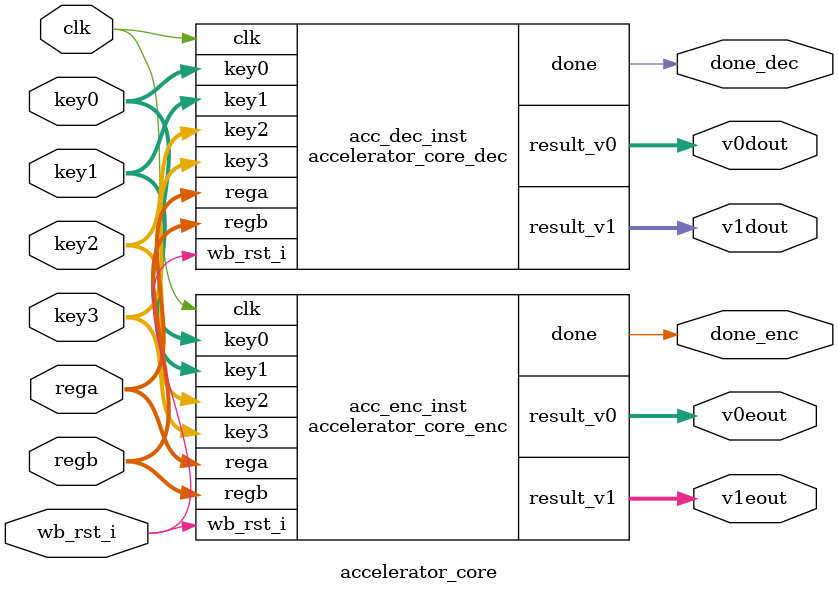
<source format=sv>
module accelerator_core_dec (
    input  logic         clk,
    input  logic         wb_rst_i,

    input  logic [31:0]  rega,
    input  logic [31:0]  regb,
    input  logic [31:0]  key0,
    input  logic [31:0]  key1,
    input  logic [31:0]  key2,
    input  logic [31:0]  key3,

    output logic [31:0]  result_v0,
    output logic [31:0]  result_v1,
    output logic         done
);

    logic [31:0] v0, v1, sum;
    logic [5:0]  round;

    localparam DELTA     = 32'h9E3779B9;
    localparam SUM_INIT  = 32'hC6EF3720;

    typedef enum logic [2:0] {
        IDLE,
        WAIT_FOR_DATA,
        FIRST_STEP_V1,
        FIRST_STEP_V0,
        CALC_PART1,
        CALC_PART2,
        DONE
    } state_t;

    state_t state, next_state;

    logic inputs_ready;
    assign inputs_ready = (rega != 32'b0) &&
                          (regb != 32'b0) &&
                          (key0 != 32'b0) &&
                          (key1 != 32'b0) &&
                          (key2 != 32'b0) &&
                          (key3 != 32'b0);

    logic [31:0] result_v0_reg, result_v1_reg;
    assign result_v0 = result_v0_reg;
    assign result_v1 = result_v1_reg;

    assign done = (state == DONE);

    // FSM transitions
    always_comb begin
        case (state)
            IDLE:          next_state = WAIT_FOR_DATA;
            WAIT_FOR_DATA: next_state = inputs_ready ? FIRST_STEP_V1 : WAIT_FOR_DATA;
            FIRST_STEP_V1:      next_state = FIRST_STEP_V0;
            FIRST_STEP_V0:      next_state = CALC_PART1;
            CALC_PART1:    next_state = CALC_PART2;
            CALC_PART2:    next_state = (round == 6'd31) ? DONE : CALC_PART1;
            DONE:          next_state = IDLE;
            default:       next_state = IDLE;
        endcase
    end

    // Register updates and logic
    always_ff @(posedge clk or posedge wb_rst_i) begin
        if (wb_rst_i) begin
            state           <= IDLE;
            v0              <= 32'b0;
            v1              <= 32'b0;
            sum             <= 32'b0;
            round           <= 6'd0;
            result_v0_reg   <= 32'b0;
            result_v1_reg   <= 32'b0;
        end else begin
            state <= next_state;

            case (next_state)
                WAIT_FOR_DATA: begin
                    if (inputs_ready) begin
                        v0    <= rega;
                        v1    <= regb;
                        sum   <= SUM_INIT;
                        round <= 5'd0;
                    end
                end
                FIRST_STEP_V1: begin
                    v1 <= v1 - (((v0 << 4) + key2) ^ (v0 + sum) ^ ((v0 >> 5) + key3));
                end

                FIRST_STEP_V0: begin
                    v0 <= v0 - (((v1 << 4) + key0) ^ (v1 + sum) ^ ((v1 >> 5) + key1));
                    sum <= sum - DELTA;
                end
                CALC_PART1: begin
                    v1 <= v1 - (((v0 << 4) + key2) ^ (v0 + sum) ^ ((v0 >> 5) + key3));
                end

                CALC_PART2: begin
                    v0 <= v0 - (((v1 << 4) + key0) ^ (v1 + sum) ^ ((v1 >> 5) + key1));
                    sum <= sum - DELTA;
                    round <= round + 1;
                end

                DONE: begin
                    result_v0_reg <= v0;
                    result_v1_reg <= v1;
                end
            endcase
        end
    end

endmodule

module accelerator_core_enc (
    input  logic         clk,
    input  logic         wb_rst_i,

    input  logic [31:0]  rega,
    input  logic [31:0]  regb,
    input  logic [31:0]  key0,
    input  logic [31:0]  key1,
    input  logic [31:0]  key2,
    input  logic [31:0]  key3,

    output logic [31:0]  result_v0,
    output logic [31:0]  result_v1,
    output logic         done  // ← חדש
);

    logic [31:0] v0, v1, sum;
    logic [5:0]  round;

    localparam DELTA = 32'h9E3779B9;

    typedef enum logic [2:0] {
        IDLE,
        WAIT_FOR_DATA,
        CALC_ROUND_PART1,
        CALC_ROUND_PART2,
        LAST_ONE_V0,
        LAST_ONE_V1,
        DONE
    } state_t;

    state_t state, next_state;

    logic inputs_ready;
    assign inputs_ready = (rega != 32'b0) &&
                          (regb != 32'b0) &&
                          (key0 != 32'b0) &&
                          (key1 != 32'b0) &&
                          (key2 != 32'b0) &&
                          (key3 != 32'b0);

    // קיבוע תוצאות אחרי DONE
    logic [31:0] result_v0_reg, result_v1_reg;
    assign result_v0 = result_v0_reg;
    assign result_v1 = result_v1_reg;

    assign done = (state == DONE);  // ← חדש

    always_comb begin
        case (state)
            IDLE:             next_state = WAIT_FOR_DATA;
            WAIT_FOR_DATA:    next_state = inputs_ready ? CALC_ROUND_PART1 : WAIT_FOR_DATA;
            CALC_ROUND_PART1: next_state = CALC_ROUND_PART2;
            CALC_ROUND_PART2: next_state = (round == 5'd31) ? LAST_ONE_V0 : CALC_ROUND_PART1;
            LAST_ONE_V0:      next_state = LAST_ONE_V1;
            LAST_ONE_V1:      next_state = DONE;
            DONE:             next_state = IDLE;
            default:          next_state = IDLE;
        endcase
    end

    always_ff @(posedge clk or posedge wb_rst_i) begin
        if (wb_rst_i) begin
            state <= IDLE;
            v0 <= 32'b0;
            v1 <= 32'b0;
            sum <= 32'b0;
            round <= 6'd0;
            result_v0_reg <= 32'b0;
            result_v1_reg <= 32'b0;
        end else begin
            state <= next_state;

            case (next_state)
                WAIT_FOR_DATA: begin
                    if (inputs_ready) begin
                        v0 <= rega;
                        v1 <= regb;
                        sum <= 32'b0;
                        round <= 6'd0;
                    end
                end

                CALC_ROUND_PART1: begin
                    sum <= sum + DELTA;
                    v0 <= v0 + (((v1 << 4) + key0) ^ (v1 + (sum + DELTA)) ^ ((v1 >> 5) + key1));
                end

                CALC_ROUND_PART2: begin
                    v1 <= v1 + (((v0 << 4) + key2) ^ (v0 + sum) ^ ((v0 >> 5) + key3));
                    round <= round + 1;
                end

                LAST_ONE_V0: begin
                    sum <= sum + DELTA;
                    v0 <= v0 + (((v1 << 4) + key0) ^ (v1 + (sum + DELTA)) ^ ((v1 >> 5) + key1));
                end

                LAST_ONE_V1: begin
                    v1 <= v1 + (((v0 << 4) + key2) ^ (v0 + sum) ^ ((v0 >> 5) + key3));
                end

                DONE: begin
                    result_v0_reg <= v0;
                    result_v1_reg <= v1;
                end
            endcase
        end
    end

endmodule

// Updated top-level accelerator_core module
module accelerator_core (
    input  logic         clk,
    input  logic         wb_rst_i,

    // Encryption/Decryption inputs
    input  logic [31:0]  rega,
    input  logic [31:0]  regb,
    input  logic [31:0]  key0,
    input  logic [31:0]  key1,
    input  logic [31:0]  key2,
    input  logic [31:0]  key3,

    // Outputs
    output logic [31:0]  v0eout,
    output logic [31:0]  v1eout,
    output logic [31:0]  v0dout,
    output logic [31:0]  v1dout,
    output logic         done_enc,
    output logic         done_dec
);

    // Instantiate the encryption core
    accelerator_core_enc acc_enc_inst (
        .clk(clk),
        .wb_rst_i(wb_rst_i),
        .rega(rega),
        .regb(regb),
        .key0(key0),
        .key1(key1),
        .key2(key2),
        .key3(key3),
        .result_v0(v0eout),
        .result_v1(v1eout),
        .done(done_enc)
    );

    // Instantiate the decryption core
    accelerator_core_dec acc_dec_inst (
        .clk(clk),
        .wb_rst_i(wb_rst_i),
        .rega(rega),
        .regb(regb),
        .key0(key0),
        .key1(key1),
        .key2(key2),
        .key3(key3),
        .result_v0(v0dout),
        .result_v1(v1dout),
        .done(done_dec)
    );

endmodule


</source>
